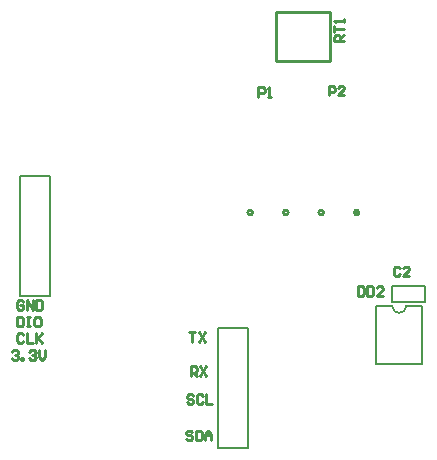
<source format=gbr>
%TF.GenerationSoftware,Altium Limited,Altium Designer,21.6.4 (81)*%
G04 Layer_Color=65535*
%FSLAX43Y43*%
%MOMM*%
%TF.SameCoordinates,1CE7F002-25C6-4FEA-A4B7-191A7A1919B5*%
%TF.FilePolarity,Positive*%
%TF.FileFunction,Legend,Top*%
%TF.Part,Single*%
G01*
G75*
%TA.AperFunction,NonConductor*%
%ADD41C,0.200*%
%ADD42C,0.254*%
D41*
X33000Y23110D02*
G03*
X34200Y23110I600J0D01*
G01*
X32975Y23425D02*
Y24775D01*
X35825Y23425D02*
Y24775D01*
X32975Y23425D02*
X35825D01*
X32975Y24775D02*
X35825D01*
X31650Y23110D02*
X32995D01*
X34195D02*
X35550D01*
Y18210D02*
Y23110D01*
X31650Y18210D02*
X35550D01*
X31650D02*
Y23110D01*
X1520Y34070D02*
X4020D01*
X1520Y23950D02*
X4020D01*
Y34070D01*
X1520Y23950D02*
Y34070D01*
X18285Y11080D02*
Y21200D01*
X20785Y11080D02*
Y21200D01*
X18285Y11080D02*
X20785D01*
X18285Y21200D02*
X20785D01*
D42*
X30200Y31000D02*
G03*
X30200Y31000I-200J0D01*
G01*
X27200D02*
G03*
X27200Y31000I-200J0D01*
G01*
X24200D02*
G03*
X24200Y31000I-200J0D01*
G01*
X21200D02*
G03*
X21200Y31000I-200J0D01*
G01*
X27750Y43800D02*
Y48000D01*
X23150Y43800D02*
X27750D01*
X23150D02*
Y48000D01*
X27750D01*
X16097Y12400D02*
X15964Y12534D01*
X15697D01*
X15564Y12400D01*
Y12267D01*
X15697Y12134D01*
X15964D01*
X16097Y12001D01*
Y11867D01*
X15964Y11734D01*
X15697D01*
X15564Y11867D01*
X16364Y12534D02*
Y11734D01*
X16764D01*
X16897Y11867D01*
Y12400D01*
X16764Y12534D01*
X16364D01*
X17163Y11734D02*
Y12267D01*
X17430Y12534D01*
X17697Y12267D01*
Y11734D01*
Y12134D01*
X17163D01*
X16177Y15470D02*
X16044Y15604D01*
X15777D01*
X15644Y15470D01*
Y15337D01*
X15777Y15204D01*
X16044D01*
X16177Y15071D01*
Y14937D01*
X16044Y14804D01*
X15777D01*
X15644Y14937D01*
X16977Y15470D02*
X16844Y15604D01*
X16577D01*
X16444Y15470D01*
Y14937D01*
X16577Y14804D01*
X16844D01*
X16977Y14937D01*
X17243Y15604D02*
Y14804D01*
X17777D01*
X15954Y17184D02*
Y17984D01*
X16354D01*
X16487Y17850D01*
Y17584D01*
X16354Y17451D01*
X15954D01*
X16221D02*
X16487Y17184D01*
X16754Y17984D02*
X17287Y17184D01*
Y17984D02*
X16754Y17184D01*
X15818Y20864D02*
X16351D01*
X16085D01*
Y20064D01*
X16618Y20864D02*
X17151Y20064D01*
Y20864D02*
X16618Y20064D01*
X1787Y20650D02*
X1654Y20784D01*
X1387D01*
X1254Y20650D01*
Y20117D01*
X1387Y19984D01*
X1654D01*
X1787Y20117D01*
X2054Y20784D02*
Y19984D01*
X2587D01*
X2853Y20784D02*
Y19984D01*
Y20251D01*
X3387Y20784D01*
X2987Y20384D01*
X3387Y19984D01*
X1254Y22154D02*
Y21354D01*
X1654D01*
X1787Y21487D01*
Y22020D01*
X1654Y22154D01*
X1254D01*
X2054D02*
X2320D01*
X2187D01*
Y21354D01*
X2054D01*
X2320D01*
X3120Y22154D02*
X2853D01*
X2720Y22020D01*
Y21487D01*
X2853Y21354D01*
X3120D01*
X3253Y21487D01*
Y22020D01*
X3120Y22154D01*
X1787Y23427D02*
X1654Y23560D01*
X1387D01*
X1254Y23427D01*
Y22894D01*
X1387Y22760D01*
X1654D01*
X1787Y22894D01*
Y23160D01*
X1521D01*
X2054Y22760D02*
Y23560D01*
X2587Y22760D01*
Y23560D01*
X2853D02*
Y22760D01*
X3253D01*
X3387Y22894D01*
Y23427D01*
X3253Y23560D01*
X2853D01*
X814Y19210D02*
X947Y19344D01*
X1214D01*
X1347Y19210D01*
Y19077D01*
X1214Y18944D01*
X1081D01*
X1214D01*
X1347Y18811D01*
Y18677D01*
X1214Y18544D01*
X947D01*
X814Y18677D01*
X1614Y18544D02*
Y18677D01*
X1747D01*
Y18544D01*
X1614D01*
X2280Y19210D02*
X2413Y19344D01*
X2680D01*
X2813Y19210D01*
Y19077D01*
X2680Y18944D01*
X2547D01*
X2680D01*
X2813Y18811D01*
Y18677D01*
X2680Y18544D01*
X2413D01*
X2280Y18677D01*
X3080Y19344D02*
Y18811D01*
X3347Y18544D01*
X3613Y18811D01*
Y19344D01*
X30085Y24777D02*
Y23978D01*
X30485D01*
X30618Y24111D01*
Y24644D01*
X30485Y24777D01*
X30085D01*
X30885D02*
Y23978D01*
X31285D01*
X31418Y24111D01*
Y24644D01*
X31285Y24777D01*
X30885D01*
X32218Y23978D02*
X31685D01*
X32218Y24511D01*
Y24644D01*
X32085Y24777D01*
X31818D01*
X31685Y24644D01*
X33666Y26295D02*
X33533Y26428D01*
X33266D01*
X33133Y26295D01*
Y25762D01*
X33266Y25629D01*
X33533D01*
X33666Y25762D01*
X34466Y25629D02*
X33933D01*
X34466Y26162D01*
Y26295D01*
X34333Y26428D01*
X34066D01*
X33933Y26295D01*
X28890Y45497D02*
X28090D01*
Y45897D01*
X28223Y46030D01*
X28490D01*
X28623Y45897D01*
Y45497D01*
Y45764D02*
X28890Y46030D01*
X28090Y46297D02*
Y46830D01*
Y46563D01*
X28890D01*
Y47096D02*
Y47363D01*
Y47230D01*
X28090D01*
X28223Y47096D01*
X27621Y40919D02*
Y41719D01*
X28021D01*
X28155Y41586D01*
Y41319D01*
X28021Y41186D01*
X27621D01*
X28954Y40919D02*
X28421D01*
X28954Y41453D01*
Y41586D01*
X28821Y41719D01*
X28554D01*
X28421Y41586D01*
X21667Y40820D02*
Y41620D01*
X22067D01*
X22200Y41487D01*
Y41220D01*
X22067Y41087D01*
X21667D01*
X22467Y40820D02*
X22733D01*
X22600D01*
Y41620D01*
X22467Y41487D01*
%TF.MD5,8fde6a66f54dcb559b4e6822b2f09bc7*%
M02*

</source>
